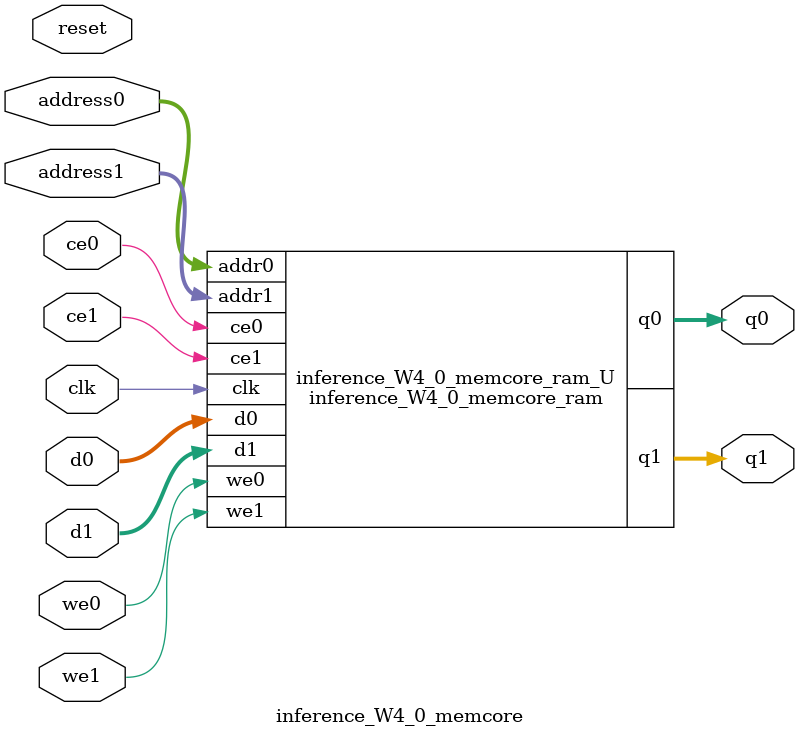
<source format=v>

`timescale 1 ns / 1 ps
module inference_W4_0_memcore_ram (addr0, ce0, d0, we0, q0, addr1, ce1, d1, we1, q1,  clk);

parameter DWIDTH = 32;
parameter AWIDTH = 8;
parameter MEM_SIZE = 168;

input[AWIDTH-1:0] addr0;
input ce0;
input[DWIDTH-1:0] d0;
input we0;
output reg[DWIDTH-1:0] q0;
input[AWIDTH-1:0] addr1;
input ce1;
input[DWIDTH-1:0] d1;
input we1;
output reg[DWIDTH-1:0] q1;
input clk;

(* ram_style = "block" *)reg [DWIDTH-1:0] ram[MEM_SIZE-1:0];




always @(posedge clk)  
begin 
    if (ce0) 
    begin
        if (we0) 
        begin 
            ram[addr0] <= d0; 
            q0 <= d0;
        end 
        else 
            q0 <= ram[addr0];
    end
end


always @(posedge clk)  
begin 
    if (ce1) 
    begin
        if (we1) 
        begin 
            ram[addr1] <= d1; 
            q1 <= d1;
        end 
        else 
            q1 <= ram[addr1];
    end
end


endmodule


`timescale 1 ns / 1 ps
module inference_W4_0_memcore(
    reset,
    clk,
    address0,
    ce0,
    we0,
    d0,
    q0,
    address1,
    ce1,
    we1,
    d1,
    q1);

parameter DataWidth = 32'd32;
parameter AddressRange = 32'd168;
parameter AddressWidth = 32'd8;
input reset;
input clk;
input[AddressWidth - 1:0] address0;
input ce0;
input we0;
input[DataWidth - 1:0] d0;
output[DataWidth - 1:0] q0;
input[AddressWidth - 1:0] address1;
input ce1;
input we1;
input[DataWidth - 1:0] d1;
output[DataWidth - 1:0] q1;



inference_W4_0_memcore_ram inference_W4_0_memcore_ram_U(
    .clk( clk ),
    .addr0( address0 ),
    .ce0( ce0 ),
    .d0( d0 ),
    .we0( we0 ),
    .q0( q0 ),
    .addr1( address1 ),
    .ce1( ce1 ),
    .d1( d1 ),
    .we1( we1 ),
    .q1( q1 ));

endmodule


</source>
